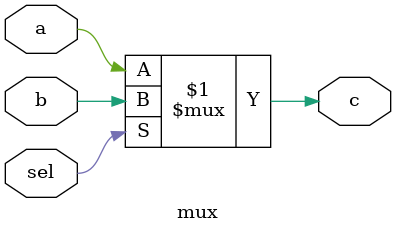
<source format=sv>
module mux (
    input  logic a,
    input  logic b,
    input  logic sel,
    output logic c
);

    assign c = sel ? b : a;

endmodule
</source>
